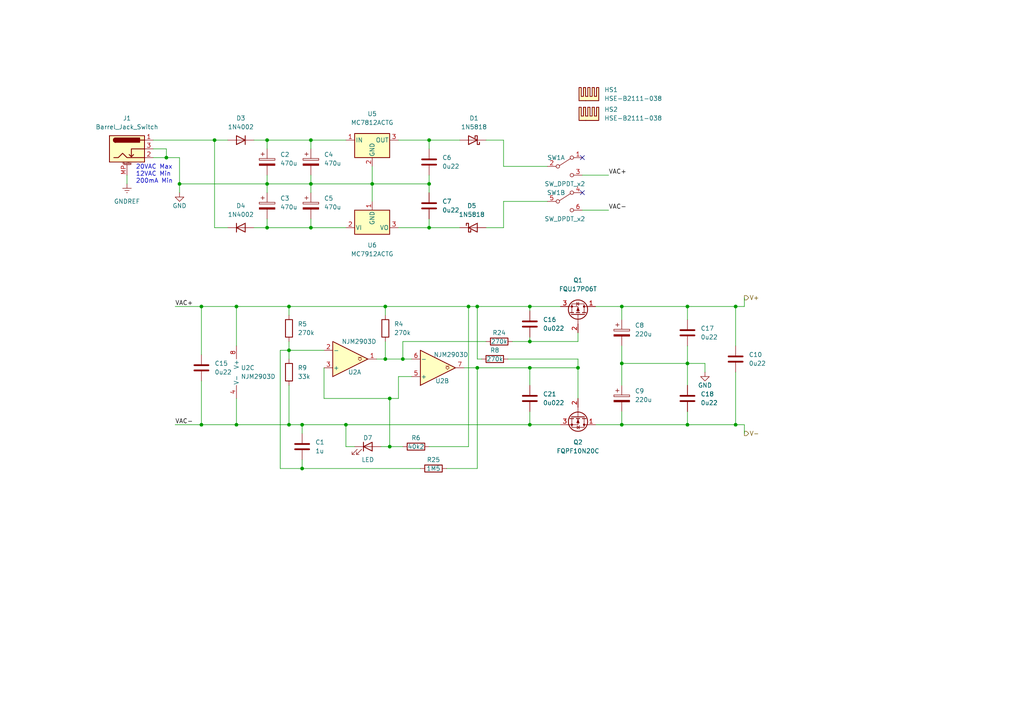
<source format=kicad_sch>
(kicad_sch (version 20211123) (generator eeschema)
  (paper "A4")
  (title_block (title "uAmp - O2 Headphone Amplifier Derivative") (date "2023-01-28") (rev "0") (company "Microcode.io"))
  (lib_symbols
    (symbol "Comparator:LM2903" (pin_names (offset 0.127))
      (property "Reference" "U" (at 3.81 3.81 0))
      (property "Value" "LM2903" (at 6.35 -3.81 0))
      (symbol "LM2903_1_1"
        (polyline (pts (xy -5.08 5.08) (xy 5.08 0) (xy -5.08 -5.08) (xy -5.08 5.08)) (stroke (width 0.254)) (fill (type background)))
        (polyline (pts (xy 3.302 -0.508) (xy 2.794 -0.508) (xy 3.302 0) (xy 2.794 0.508) (xy 2.286 0) (xy 2.794 -0.508) (xy 2.286 -0.508)) (stroke (width 0.127)))
        (pin open_collector line (at 7.62 0 180) (length 2.54) (name "~") (number "1"))
        (pin input line (at -7.62 -2.54 0) (length 2.54) (name "-") (number "2"))
        (pin input line (at -7.62 2.54 0) (length 2.54) (name "+") (number "3"))
      )
      (symbol "LM2903_2_1"
        (polyline (pts (xy -5.08 5.08) (xy 5.08 0) (xy -5.08 -5.08) (xy -5.08 5.08)) (stroke (width 0.254)) (fill (type background)))
        (polyline (pts (xy 3.302 -0.508) (xy 2.794 -0.508) (xy 3.302 0) (xy 2.794 0.508) (xy 2.286 0) (xy 2.794 -0.508) (xy 2.286 -0.508)) (stroke (width 0.127)))
        (pin input line (at -7.62 2.54 0) (length 2.54) (name "+") (number "5"))
        (pin input line (at -7.62 -2.54 0) (length 2.54) (name "-") (number "6"))
        (pin open_collector line (at 7.62 0 180) (length 2.54) (name "~") (number "7"))
      )
      (symbol "LM2903_3_1"
        (pin power_in line (at -2.54 -7.62 90) (length 3.81) (name "V-") (number "4"))
        (pin power_in line (at -2.54 7.62 270) (length 3.81) (name "V+") (number "8"))
      )
    )
    (symbol "Connector:Barrel_Jack_Switch_MountingPin" (pin_names hide)
      (property "Reference" "J" (at 0 5.334 0))
      (property "Value" "Barrel_Jack_Switch_MountingPin" (at 1.27 -6.35 0))
      (symbol "Barrel_Jack_Switch_MountingPin_0_1"
        (rectangle (start -5.08 3.81) (end 5.08 -3.81) (stroke (width 0.254)) (fill (type background)))
        (arc (start -3.302 3.175) (mid -3.937 2.54) (end -3.302 1.905) (stroke (width 0.254)))
        (arc (start -3.302 3.175) (mid -3.937 2.54) (end -3.302 1.905) (stroke (width 0.254)) (fill (type outline)))
        (polyline (pts (xy 1.27 -2.286) (xy 1.905 -1.651)) (stroke (width 0.254)))
        (polyline (pts (xy 5.08 2.54) (xy 3.81 2.54)) (stroke (width 0.254)))
        (polyline (pts (xy 5.08 0) (xy 1.27 0) (xy 1.27 -2.286) (xy 0.635 -1.651)) (stroke (width 0.254)))
        (polyline (pts (xy -3.81 -2.54) (xy -2.54 -2.54) (xy -1.27 -1.27) (xy 0 -2.54) (xy 2.54 -2.54) (xy 5.08 -2.54)) (stroke (width 0.254)))
        (rectangle (start 3.683 3.175) (end -3.302 1.905) (stroke (width 0.254)) (fill (type outline)))
      )
      (symbol "Barrel_Jack_Switch_MountingPin_1_1"
        (polyline (pts (xy -1.016 -4.572) (xy 1.016 -4.572)) (stroke (width 0.1524)))
        (text "Mounting" (at 0 -4.191 0) (effects (font (size 0.381 0.381))))
        (pin passive line (at 7.62 2.54 180) (length 2.54) (name "~") (number "1"))
        (pin passive line (at 7.62 -2.54 180) (length 2.54) (name "~") (number "2"))
        (pin passive line (at 7.62 0 180) (length 2.54) (name "~") (number "3"))
        (pin passive line (at 0 -7.62 90) (length 3.048) (name "MountPin") (number "MP"))
      )
    )
    (symbol "Device:C" (pin_numbers hide) (pin_names (offset 0.254))
      (property "Reference" "C" (at 0.635 2.54 0))
      (property "Value" "C" (at 0.635 -2.54 0))
      (symbol "C_0_1"
        (polyline (pts (xy -2.032 -0.762) (xy 2.032 -0.762)) (stroke (width 0.508)))
        (polyline (pts (xy -2.032 0.762) (xy 2.032 0.762)) (stroke (width 0.508)))
      )
      (symbol "C_1_1"
        (pin passive line (at 0 3.81 270) (length 2.794) (name "~") (number "1"))
        (pin passive line (at 0 -3.81 90) (length 2.794) (name "~") (number "2"))
      )
    )
    (symbol "Device:C_Polarized" (pin_numbers hide) (pin_names (offset 0.254))
      (property "Reference" "C" (at 0.635 2.54 0))
      (property "Value" "C_Polarized" (at 0.635 -2.54 0))
      (symbol "C_Polarized_0_1"
        (rectangle (start -2.286 0.508) (end 2.286 1.016))
        (polyline (pts (xy -1.778 2.286) (xy -0.762 2.286)))
        (polyline (pts (xy -1.27 2.794) (xy -1.27 1.778)))
        (rectangle (start 2.286 -0.508) (end -2.286 -1.016) (fill (type outline)))
      )
      (symbol "C_Polarized_1_1"
        (pin passive line (at 0 3.81 270) (length 2.794) (name "~") (number "1"))
        (pin passive line (at 0 -3.81 90) (length 2.794) (name "~") (number "2"))
      )
    )
    (symbol "Device:LED" (pin_numbers hide) (pin_names (offset 1.016) hide)
      (property "Reference" "D" (at 0 2.54 0))
      (property "Value" "LED" (at 0 -2.54 0))
      (symbol "LED_0_1"
        (polyline (pts (xy -1.27 -1.27) (xy -1.27 1.27)) (stroke (width 0.254)))
        (polyline (pts (xy -1.27 0) (xy 1.27 0)))
        (polyline (pts (xy 1.27 -1.27) (xy 1.27 1.27) (xy -1.27 0) (xy 1.27 -1.27)) (stroke (width 0.254)))
        (polyline (pts (xy -3.048 -0.762) (xy -4.572 -2.286) (xy -3.81 -2.286) (xy -4.572 -2.286) (xy -4.572 -1.524)))
        (polyline (pts (xy -1.778 -0.762) (xy -3.302 -2.286) (xy -2.54 -2.286) (xy -3.302 -2.286) (xy -3.302 -1.524)))
      )
      (symbol "LED_1_1"
        (pin passive line (at -3.81 0 0) (length 2.54) (name "K") (number "1"))
        (pin passive line (at 3.81 0 180) (length 2.54) (name "A") (number "2"))
      )
    )
    (symbol "Device:Q_NMOS_DGS" (pin_names (offset 0) hide)
      (property "Reference" "Q" (at 5.08 1.27 0))
      (property "Value" "Q_NMOS_DGS" (at 5.08 -1.27 0))
      (symbol "Q_NMOS_DGS_0_1"
        (polyline (pts (xy 0.254 0) (xy -2.54 0)))
        (polyline (pts (xy 0.254 1.905) (xy 0.254 -1.905)) (stroke (width 0.254)))
        (polyline (pts (xy 0.762 -1.27) (xy 0.762 -2.286)) (stroke (width 0.254)))
        (polyline (pts (xy 0.762 0.508) (xy 0.762 -0.508)) (stroke (width 0.254)))
        (polyline (pts (xy 0.762 2.286) (xy 0.762 1.27)) (stroke (width 0.254)))
        (polyline (pts (xy 2.54 2.54) (xy 2.54 1.778)))
        (polyline (pts (xy 2.54 -2.54) (xy 2.54 0) (xy 0.762 0)))
        (polyline (pts (xy 0.762 -1.778) (xy 3.302 -1.778) (xy 3.302 1.778) (xy 0.762 1.778)))
        (polyline (pts (xy 1.016 0) (xy 2.032 0.381) (xy 2.032 -0.381) (xy 1.016 0)) (fill (type outline)))
        (polyline (pts (xy 2.794 0.508) (xy 2.921 0.381) (xy 3.683 0.381) (xy 3.81 0.254)))
        (polyline (pts (xy 3.302 0.381) (xy 2.921 -0.254) (xy 3.683 -0.254) (xy 3.302 0.381)))
        (circle (center 1.651 0) (radius 2.794) (stroke (width 0.254)))
        (circle (center 2.54 -1.778) (radius 0.254) (fill (type outline)))
        (circle (center 2.54 1.778) (radius 0.254) (fill (type outline)))
      )
      (symbol "Q_NMOS_DGS_1_1"
        (pin passive line (at 2.54 5.08 270) (length 2.54) (name "D") (number "1"))
        (pin input line (at -5.08 0 0) (length 2.54) (name "G") (number "2"))
        (pin passive line (at 2.54 -5.08 90) (length 2.54) (name "S") (number "3"))
      )
    )
    (symbol "Device:Q_PMOS_DGS" (pin_names (offset 0) hide)
      (property "Reference" "Q" (at 5.08 1.27 0))
      (property "Value" "Q_PMOS_DGS" (at 5.08 -1.27 0))
      (symbol "Q_PMOS_DGS_0_1"
        (polyline (pts (xy 0.254 0) (xy -2.54 0)))
        (polyline (pts (xy 0.254 1.905) (xy 0.254 -1.905)) (stroke (width 0.254)))
        (polyline (pts (xy 0.762 -1.27) (xy 0.762 -2.286)) (stroke (width 0.254)))
        (polyline (pts (xy 0.762 0.508) (xy 0.762 -0.508)) (stroke (width 0.254)))
        (polyline (pts (xy 0.762 2.286) (xy 0.762 1.27)) (stroke (width 0.254)))
        (polyline (pts (xy 2.54 2.54) (xy 2.54 1.778)))
        (polyline (pts (xy 2.54 -2.54) (xy 2.54 0) (xy 0.762 0)))
        (polyline (pts (xy 0.762 1.778) (xy 3.302 1.778) (xy 3.302 -1.778) (xy 0.762 -1.778)))
        (polyline (pts (xy 2.286 0) (xy 1.27 0.381) (xy 1.27 -0.381) (xy 2.286 0)) (fill (type outline)))
        (polyline (pts (xy 2.794 -0.508) (xy 2.921 -0.381) (xy 3.683 -0.381) (xy 3.81 -0.254)))
        (polyline (pts (xy 3.302 -0.381) (xy 2.921 0.254) (xy 3.683 0.254) (xy 3.302 -0.381)))
        (circle (center 1.651 0) (radius 2.794) (stroke (width 0.254)))
        (circle (center 2.54 -1.778) (radius 0.254) (fill (type outline)))
        (circle (center 2.54 1.778) (radius 0.254) (fill (type outline)))
      )
      (symbol "Q_PMOS_DGS_1_1"
        (pin passive line (at 2.54 5.08 270) (length 2.54) (name "D") (number "1"))
        (pin input line (at -5.08 0 0) (length 2.54) (name "G") (number "2"))
        (pin passive line (at 2.54 -5.08 90) (length 2.54) (name "S") (number "3"))
      )
    )
    (symbol "Device:R" (pin_numbers hide) (pin_names (offset 0))
      (property "Reference" "R" (at 2.032 0 90))
      (property "Value" "R" (at 0 0 90))
      (symbol "R_0_1"
        (rectangle (start -1.016 -2.54) (end 1.016 2.54) (stroke (width 0.254)))
      )
      (symbol "R_1_1"
        (pin passive line (at 0 3.81 270) (length 1.27) (name "~") (number "1"))
        (pin passive line (at 0 -3.81 90) (length 1.27) (name "~") (number "2"))
      )
    )
    (symbol "Diode:1N4002" (pin_numbers hide) (pin_names hide)
      (property "Reference" "D" (at 0 2.54 0))
      (property "Value" "1N4002" (at 0 -2.54 0))
      (symbol "1N4002_0_1"
        (polyline (pts (xy -1.27 1.27) (xy -1.27 -1.27)) (stroke (width 0.254)))
        (polyline (pts (xy 1.27 0) (xy -1.27 0)))
        (polyline (pts (xy 1.27 1.27) (xy 1.27 -1.27) (xy -1.27 0) (xy 1.27 1.27)) (stroke (width 0.254)))
      )
      (symbol "1N4002_1_1"
        (pin passive line (at -3.81 0 0) (length 2.54) (name "K") (number "1"))
        (pin passive line (at 3.81 0 180) (length 2.54) (name "A") (number "2"))
      )
    )
    (symbol "Diode:1N5818" (pin_numbers hide) (pin_names (offset 1.016) hide)
      (property "Reference" "D" (at 0 2.54 0))
      (property "Value" "1N5818" (at 0 -2.54 0))
      (symbol "1N5818_0_1"
        (polyline (pts (xy 1.27 0) (xy -1.27 0)))
        (polyline (pts (xy 1.27 1.27) (xy 1.27 -1.27) (xy -1.27 0) (xy 1.27 1.27)) (stroke (width 0.254)))
        (polyline (pts (xy -1.905 0.635) (xy -1.905 1.27) (xy -1.27 1.27) (xy -1.27 -1.27) (xy -0.635 -1.27) (xy -0.635 -0.635)) (stroke (width 0.254)))
      )
      (symbol "1N5818_1_1"
        (pin passive line (at -3.81 0 0) (length 2.54) (name "K") (number "1"))
        (pin passive line (at 3.81 0 180) (length 2.54) (name "A") (number "2"))
      )
    )
    (symbol "Mechanical:Heatsink" (pin_names (offset 1.016))
      (property "Reference" "HS" (at 0 5.08 0))
      (property "Value" "Heatsink" (at 0 -1.27 0))
      (symbol "Heatsink_0_1"
        (polyline (pts (xy -0.3302 1.27) (xy -0.9652 1.27) (xy -0.9652 3.81) (xy -1.6002 3.81) (xy -1.6002 1.27) (xy -2.2352 1.27) (xy -2.2352 3.81) (xy -2.8702 3.81) (xy -2.8702 0) (xy -0.9652 0)) (stroke (width 0.254)) (fill (type background)))
        (polyline (pts (xy -0.3302 1.27) (xy -0.3302 3.81) (xy 0.3048 3.81) (xy 0.3048 1.27) (xy 0.9398 1.27) (xy 0.9398 3.81) (xy 1.5748 3.81) (xy 1.5748 1.27) (xy 2.2098 1.27) (xy 2.2098 3.81) (xy 2.8448 3.81) (xy 2.8448 0) (xy -0.9652 0)) (stroke (width 0.254)) (fill (type background)))
      )
    )
    (symbol "Regulator_Linear:L7812" (pin_names (offset 0.254))
      (property "Reference" "U" (at -3.81 3.175 0))
      (property "Value" "L7812" (at 0 3.175 0))
      (symbol "L7812_0_1"
        (rectangle (start -5.08 1.905) (end 5.08 -5.08) (stroke (width 0.254)) (fill (type background)))
      )
      (symbol "L7812_1_1"
        (pin power_in line (at -7.62 0 0) (length 2.54) (name "IN") (number "1"))
        (pin power_in line (at 0 -7.62 90) (length 2.54) (name "GND") (number "2"))
        (pin power_out line (at 7.62 0 180) (length 2.54) (name "OUT") (number "3"))
      )
    )
    (symbol "Regulator_Linear:L7912" (pin_names (offset 0.254))
      (property "Reference" "U" (at -3.81 -3.175 0))
      (property "Value" "L7912" (at 0 -3.175 0))
      (symbol "L7912_0_1"
        (rectangle (start -5.08 5.08) (end 5.08 -1.905) (stroke (width 0.254)) (fill (type background)))
      )
      (symbol "L7912_1_1"
        (pin power_in line (at 0 7.62 270) (length 2.54) (name "GND") (number "1"))
        (pin power_in line (at -7.62 0 0) (length 2.54) (name "VI") (number "2"))
        (pin power_out line (at 7.62 0 180) (length 2.54) (name "VO") (number "3"))
      )
    )
    (symbol "Switch:SW_DPDT_x2" (pin_names (offset 0) hide)
      (property "Reference" "SW" (at 0 4.318 0))
      (property "Value" "SW_DPDT_x2" (at 0 -5.08 0))
      (symbol "SW_DPDT_x2_0_0"
        (circle (center -2.032 0) (radius 0.508))
        (circle (center 2.032 -2.54) (radius 0.508))
      )
      (symbol "SW_DPDT_x2_0_1"
        (polyline (pts (xy -1.524 0.254) (xy 1.651 2.286)))
        (circle (center 2.032 2.54) (radius 0.508))
      )
      (symbol "SW_DPDT_x2_1_1"
        (pin passive line (at 5.08 2.54 180) (length 2.54) (name "A") (number "1"))
        (pin passive line (at -5.08 0 0) (length 2.54) (name "B") (number "2"))
        (pin passive line (at 5.08 -2.54 180) (length 2.54) (name "C") (number "3"))
      )
      (symbol "SW_DPDT_x2_2_1"
        (pin passive line (at 5.08 2.54 180) (length 2.54) (name "A") (number "4"))
        (pin passive line (at -5.08 0 0) (length 2.54) (name "B") (number "5"))
        (pin passive line (at 5.08 -2.54 180) (length 2.54) (name "C") (number "6"))
      )
    )
    (symbol "power:GND" (power) (pin_names (offset 0))
      (property "Value" "GND" (at 0 -3.81 0))
      (symbol "GND_0_1"
        (polyline (pts (xy 0 0) (xy 0 -1.27) (xy 1.27 -1.27) (xy 0 -2.54) (xy -1.27 -1.27) (xy 0 -1.27)))
      )
      (symbol "GND_1_1"
        (pin power_in line (at 0 0 270) (length 0) hide (name "GND") (number "1"))
      )
    )
    (symbol "power:GNDREF" (power) (pin_names (offset 0))
      (property "Value" "GNDREF" (at 0 -3.81 0))
      (symbol "GNDREF_0_1"
        (polyline (pts (xy -0.635 -1.905) (xy 0.635 -1.905)))
        (polyline (pts (xy -0.127 -2.54) (xy 0.127 -2.54)))
        (polyline (pts (xy 0 -1.27) (xy 0 0)))
        (polyline (pts (xy 1.27 -1.27) (xy -1.27 -1.27)))
      )
      (symbol "GNDREF_1_1"
        (pin power_in line (at 0 0 270) (length 0) hide (name "GNDREF") (number "1"))
      )
    )
  )
  (junction (at 153.67 99.06))
  (junction (at 180.34 123.19))
  (junction (at 213.36 123.19))
  (junction (at 180.34 88.9))
  (junction (at 83.82 101.6))
  (junction (at 77.47 40.64))
  (junction (at 100.33 123.19))
  (junction (at 180.34 105.41))
  (junction (at 153.67 123.19))
  (junction (at 199.39 123.19))
  (junction (at 138.43 106.68))
  (junction (at 77.47 53.34))
  (junction (at 116.84 104.14))
  (junction (at 83.82 88.9))
  (junction (at 90.17 40.64))
  (junction (at 90.17 53.34))
  (junction (at 68.58 123.19))
  (junction (at 62.23 40.64))
  (junction (at 107.95 53.34))
  (junction (at 68.58 88.9))
  (junction (at 58.42 88.9))
  (junction (at 87.63 123.19))
  (junction (at 199.39 105.41))
  (junction (at 58.42 123.19))
  (junction (at 124.46 40.64))
  (junction (at 213.36 88.9))
  (junction (at 138.43 88.9))
  (junction (at 153.67 106.68))
  (junction (at 135.89 88.9))
  (junction (at 111.76 104.14))
  (junction (at 153.67 88.9))
  (junction (at 124.46 53.34))
  (junction (at 199.39 88.9))
  (junction (at 167.64 106.68))
  (junction (at 77.47 66.04))
  (junction (at 90.17 66.04))
  (junction (at 87.63 135.89))
  (junction (at 124.46 66.04))
  (junction (at 52.07 53.34))
  (junction (at 113.03 115.57))
  (junction (at 48.26 45.72))
  (junction (at 111.76 88.9))
  (junction (at 83.82 123.19))
  (junction (at 113.03 129.54))
  (no_connect (at 168.91 45.72))
  (no_connect (at 168.91 55.88))
  (wire (pts (xy 124.46 53.34) (xy 124.46 55.88)))
  (wire (pts (xy 58.42 123.19) (xy 68.58 123.19)))
  (wire (pts (xy 77.47 66.04) (xy 73.66 66.04)))
  (wire (pts (xy 138.43 135.89) (xy 138.43 106.68)))
  (wire (pts (xy 107.95 53.34) (xy 124.46 53.34)))
  (wire (pts (xy 83.82 88.9) (xy 111.76 88.9)))
  (wire (pts (xy 107.95 53.34) (xy 107.95 58.42)))
  (wire (pts (xy 66.04 66.04) (xy 62.23 66.04)))
  (wire (pts (xy 115.57 66.04) (xy 124.46 66.04)))
  (wire (pts (xy 87.63 123.19) (xy 100.33 123.19)))
  (wire (pts (xy 100.33 123.19) (xy 153.67 123.19)))
  (wire (pts (xy 87.63 123.19) (xy 87.63 125.73)))
  (wire (pts (xy 111.76 88.9) (xy 111.76 91.44)))
  (wire (pts (xy 199.39 105.41) (xy 204.47 105.41)))
  (wire (pts (xy 134.62 106.68) (xy 138.43 106.68)))
  (wire (pts (xy 138.43 104.14) (xy 139.7 104.14)))
  (wire (pts (xy 44.45 43.18) (xy 48.26 43.18)))
  (wire (pts (xy 153.67 99.06) (xy 167.64 99.06)))
  (wire (pts (xy 213.36 123.19) (xy 213.36 107.95)))
  (wire (pts (xy 167.64 104.14) (xy 167.64 106.68)))
  (wire (pts (xy 77.47 66.04) (xy 90.17 66.04)))
  (wire (pts (xy 138.43 88.9) (xy 153.67 88.9)))
  (wire (pts (xy 116.84 99.06) (xy 116.84 104.14)))
  (wire (pts (xy 146.05 48.26) (xy 158.75 48.26)))
  (wire (pts (xy 100.33 123.19) (xy 100.33 129.54)))
  (wire (pts (xy 90.17 53.34) (xy 90.17 55.88)))
  (wire (pts (xy 140.97 99.06) (xy 116.84 99.06)))
  (wire (pts (xy 90.17 40.64) (xy 90.17 43.18)))
  (wire (pts (xy 44.45 40.64) (xy 62.23 40.64)))
  (wire (pts (xy 90.17 66.04) (xy 100.33 66.04)))
  (wire (pts (xy 124.46 66.04) (xy 133.35 66.04)))
  (wire (pts (xy 146.05 58.42) (xy 146.05 66.04)))
  (wire (pts (xy 199.39 119.38) (xy 199.39 123.19)))
  (wire (pts (xy 199.39 100.33) (xy 199.39 105.41)))
  (wire (pts (xy 115.57 115.57) (xy 115.57 109.22)))
  (wire (pts (xy 48.26 45.72) (xy 52.07 45.72)))
  (wire (pts (xy 180.34 100.33) (xy 180.34 105.41)))
  (wire (pts (xy 153.67 106.68) (xy 153.67 111.76)))
  (wire (pts (xy 121.92 135.89) (xy 87.63 135.89)))
  (wire (pts (xy 180.34 105.41) (xy 180.34 111.76)))
  (wire (pts (xy 146.05 58.42) (xy 158.75 58.42)))
  (wire (pts (xy 199.39 88.9) (xy 213.36 88.9)))
  (wire (pts (xy 44.45 45.72) (xy 48.26 45.72)))
  (wire (pts (xy 153.67 88.9) (xy 162.56 88.9)))
  (wire (pts (xy 116.84 104.14) (xy 119.38 104.14)))
  (wire (pts (xy 50.8 88.9) (xy 58.42 88.9)))
  (wire (pts (xy 93.98 106.68) (xy 93.98 115.57)))
  (wire (pts (xy 58.42 88.9) (xy 58.42 102.87)))
  (wire (pts (xy 129.54 135.89) (xy 138.43 135.89)))
  (wire (pts (xy 87.63 135.89) (xy 87.63 133.35)))
  (wire (pts (xy 153.67 88.9) (xy 153.67 90.17)))
  (wire (pts (xy 167.64 99.06) (xy 167.64 96.52)))
  (wire (pts (xy 109.22 104.14) (xy 111.76 104.14)))
  (wire (pts (xy 52.07 45.72) (xy 52.07 53.34)))
  (wire (pts (xy 83.82 101.6) (xy 83.82 104.14)))
  (wire (pts (xy 180.34 119.38) (xy 180.34 123.19)))
  (wire (pts (xy 62.23 40.64) (xy 62.23 66.04)))
  (wire (pts (xy 135.89 88.9) (xy 138.43 88.9)))
  (wire (pts (xy 93.98 115.57) (xy 113.03 115.57)))
  (wire (pts (xy 148.59 99.06) (xy 153.67 99.06)))
  (wire (pts (xy 36.83 50.8) (xy 36.83 53.34)))
  (wire (pts (xy 52.07 53.34) (xy 52.07 55.88)))
  (wire (pts (xy 124.46 129.54) (xy 135.89 129.54)))
  (wire (pts (xy 81.28 135.89) (xy 87.63 135.89)))
  (wire (pts (xy 58.42 110.49) (xy 58.42 123.19)))
  (wire (pts (xy 68.58 88.9) (xy 68.58 100.33)))
  (wire (pts (xy 168.91 50.8) (xy 176.53 50.8)))
  (wire (pts (xy 90.17 63.5) (xy 90.17 66.04)))
  (wire (pts (xy 77.47 40.64) (xy 90.17 40.64)))
  (wire (pts (xy 124.46 40.64) (xy 133.35 40.64)))
  (wire (pts (xy 83.82 111.76) (xy 83.82 123.19)))
  (wire (pts (xy 124.46 50.8) (xy 124.46 53.34)))
  (wire (pts (xy 58.42 88.9) (xy 68.58 88.9)))
  (wire (pts (xy 180.34 105.41) (xy 199.39 105.41)))
  (wire (pts (xy 215.9 123.19) (xy 215.9 125.73)))
  (wire (pts (xy 107.95 48.26) (xy 107.95 53.34)))
  (wire (pts (xy 153.67 119.38) (xy 153.67 123.19)))
  (wire (pts (xy 135.89 88.9) (xy 135.89 129.54)))
  (wire (pts (xy 83.82 101.6) (xy 93.98 101.6)))
  (wire (pts (xy 111.76 104.14) (xy 116.84 104.14)))
  (wire (pts (xy 52.07 53.34) (xy 77.47 53.34)))
  (wire (pts (xy 147.32 104.14) (xy 167.64 104.14)))
  (wire (pts (xy 83.82 99.06) (xy 83.82 101.6)))
  (wire (pts (xy 77.47 63.5) (xy 77.47 66.04)))
  (wire (pts (xy 213.36 123.19) (xy 215.9 123.19)))
  (wire (pts (xy 113.03 129.54) (xy 116.84 129.54)))
  (wire (pts (xy 90.17 40.64) (xy 100.33 40.64)))
  (wire (pts (xy 90.17 53.34) (xy 107.95 53.34)))
  (wire (pts (xy 90.17 50.8) (xy 90.17 53.34)))
  (wire (pts (xy 111.76 88.9) (xy 135.89 88.9)))
  (wire (pts (xy 172.72 88.9) (xy 180.34 88.9)))
  (wire (pts (xy 102.87 129.54) (xy 100.33 129.54)))
  (wire (pts (xy 146.05 40.64) (xy 146.05 48.26)))
  (wire (pts (xy 124.46 63.5) (xy 124.46 66.04)))
  (wire (pts (xy 68.58 88.9) (xy 83.82 88.9)))
  (wire (pts (xy 83.82 91.44) (xy 83.82 88.9)))
  (wire (pts (xy 77.47 53.34) (xy 77.47 55.88)))
  (wire (pts (xy 50.8 123.19) (xy 58.42 123.19)))
  (wire (pts (xy 199.39 105.41) (xy 199.39 111.76)))
  (wire (pts (xy 180.34 88.9) (xy 199.39 88.9)))
  (wire (pts (xy 77.47 50.8) (xy 77.47 53.34)))
  (wire (pts (xy 115.57 40.64) (xy 124.46 40.64)))
  (wire (pts (xy 172.72 123.19) (xy 180.34 123.19)))
  (wire (pts (xy 83.82 101.6) (xy 81.28 101.6)))
  (wire (pts (xy 153.67 97.79) (xy 153.67 99.06)))
  (wire (pts (xy 140.97 66.04) (xy 146.05 66.04)))
  (wire (pts (xy 180.34 123.19) (xy 199.39 123.19)))
  (wire (pts (xy 83.82 123.19) (xy 87.63 123.19)))
  (wire (pts (xy 199.39 123.19) (xy 213.36 123.19)))
  (wire (pts (xy 140.97 40.64) (xy 146.05 40.64)))
  (wire (pts (xy 138.43 88.9) (xy 138.43 104.14)))
  (wire (pts (xy 153.67 106.68) (xy 167.64 106.68)))
  (wire (pts (xy 167.64 106.68) (xy 167.64 115.57)))
  (wire (pts (xy 73.66 40.64) (xy 77.47 40.64)))
  (wire (pts (xy 111.76 99.06) (xy 111.76 104.14)))
  (wire (pts (xy 180.34 88.9) (xy 180.34 92.71)))
  (wire (pts (xy 62.23 40.64) (xy 66.04 40.64)))
  (wire (pts (xy 213.36 88.9) (xy 213.36 100.33)))
  (wire (pts (xy 204.47 105.41) (xy 204.47 107.95)))
  (wire (pts (xy 113.03 115.57) (xy 113.03 129.54)))
  (wire (pts (xy 138.43 106.68) (xy 153.67 106.68)))
  (wire (pts (xy 213.36 88.9) (xy 215.9 88.9)))
  (wire (pts (xy 199.39 88.9) (xy 199.39 92.71)))
  (wire (pts (xy 153.67 123.19) (xy 162.56 123.19)))
  (wire (pts (xy 81.28 101.6) (xy 81.28 135.89)))
  (wire (pts (xy 115.57 109.22) (xy 119.38 109.22)))
  (wire (pts (xy 48.26 43.18) (xy 48.26 45.72)))
  (wire (pts (xy 77.47 40.64) (xy 77.47 43.18)))
  (wire (pts (xy 68.58 115.57) (xy 68.58 123.19)))
  (wire (pts (xy 113.03 115.57) (xy 115.57 115.57)))
  (wire (pts (xy 124.46 40.64) (xy 124.46 43.18)))
  (wire (pts (xy 215.9 86.36) (xy 215.9 88.9)))
  (wire (pts (xy 110.49 129.54) (xy 113.03 129.54)))
  (wire (pts (xy 168.91 60.96) (xy 176.53 60.96)))
  (wire (pts (xy 77.47 53.34) (xy 90.17 53.34)))
  (wire (pts (xy 68.58 123.19) (xy 83.82 123.19)))
  (text "20VAC Max\n12VAC Min\n200mA Min" (at 39.37 53.34 0) (effects (font (size 1.27 1.27)) (justify left bottom)))
  (label "VAC+" (at 176.53 50.8 0))
  (label "VAC-" (at 50.8 123.19 0))
  (label "VAC-" (at 176.53 60.96 0))
  (label "VAC+" (at 50.8 88.9 0))
  (hierarchical_label "V+" (shape output) (at 215.9 86.36 0))
  (hierarchical_label "V-" (shape output) (at 215.9 125.73 0))
  (symbol (lib_id "Device:C") (at 87.63 129.54 0) (unit 1)
    (property "Reference" "C1" (at 91.44 128.2699 0) (effects (justify left)))
    (property "Value" "1u" (at 91.44 130.8099 0) (effects (justify left)))
    (property "Footprint" "Capacitor_THT:C_Disc_D5.0mm_W2.5mm_P2.50mm" (effects hide))
    (property "Datasheet" "https://www.vishay.com/docs/45171/kseries.pdf" (effects hide))
    (property "Original Part" "K105Z20Y5VF5TL2" (effects hide))
    (property "Manufacturer" "Vishay Beyschlag/Draloric/BC Components" (effects hide))
    (property "Manufacturer Part Number" "K105Z20Y5VF5TL2" (effects hide))
    (property "Supplier Part Number" "BC1162CT-ND" (effects hide))
    (property "Supplier" "Digi-Key" (effects hide))
  )
  (symbol (lib_id "Device:R") (at 83.82 107.95 0) (unit 1)
    (property "Reference" "R9" (at 86.36 106.6799 0) (effects (justify left)))
    (property "Value" "33k" (at 86.36 109.2199 0) (effects (justify left)))
    (property "Footprint" "Resistor_THT:R_Axial_DIN0207_L6.3mm_D2.5mm_P10.16mm_Horizontal" (effects hide))
    (property "Datasheet" "https://www.yageo.com/upload/media/product/productsearch/datasheet/lr/YAGEO%20MFP_datasheet_2021v0.pdf" (effects hide))
    (property "Original Part" "270-33.2K-RC" (effects hide))
    (property "Manufacturer" "YAGEO" (effects hide))
    (property "Manufacturer Part Number" "MFP-25BRD52-33K" (effects hide))
    (property "Supplier Part Number" "33KADCT-ND" (effects hide))
    (property "Supplier" "Digi-Key" (effects hide))
  )
  (symbol (lib_id "Mechanical:Heatsink") (at 170.815 34.925 0) (unit 1)
    (property "Reference" "HS2" (at 175.26 31.7499 0) (effects (justify left)))
    (property "Value" "HSE-B2111-038" (at 175.26 34.2899 0) (effects (justify left)))
    (property "Footprint" "uAmp-O2-Library:Heatsink_CUI_HSE-B2111-038" (effects hide))
    (property "Datasheet" "https://www.cuidevices.com/product/resource/hse-bx-01.pdf" (effects hide))
    (property "Manufacturer" "CUI Devices" (effects hide))
    (property "Manufacturer Part Number" "HSE-B2111-038" (effects hide))
    (property "Supplier" "Digi-Key" (effects hide))
    (property "Supplier Part Number" "102-4226-ND" (effects hide))
  )
  (symbol (lib_id "Mechanical:Heatsink") (at 170.815 29.21 0) (unit 1)
    (property "Reference" "HS1" (at 175.26 26.0349 0) (effects (justify left)))
    (property "Value" "HSE-B2111-038" (at 175.26 28.5749 0) (effects (justify left)))
    (property "Footprint" "uAmp-O2-Library:Heatsink_CUI_HSE-B2111-038" (effects hide))
    (property "Datasheet" "https://www.cuidevices.com/product/resource/hse-bx-01.pdf" (effects hide))
    (property "Manufacturer" "CUI Devices" (effects hide))
    (property "Manufacturer Part Number" "HSE-B2111-038" (effects hide))
    (property "Supplier" "Digi-Key" (effects hide))
    (property "Supplier Part Number" "102-4226-ND" (effects hide))
  )
  (symbol (lib_id "Device:C_Polarized") (at 90.17 59.69 0) (unit 1)
    (property "Reference" "C5" (at 93.98 57.5309 0) (effects (justify left)))
    (property "Value" "470u" (at 93.98 60.0709 0) (effects (justify left)))
    (property "Footprint" "Capacitor_THT:CP_Radial_D12.5mm_P5.00mm" (effects hide))
    (property "Datasheet" "https://www.chemi-con.co.jp/products/relatedfiles/capacitor/catalog/KY-LL-e.PDF" (effects hide))
    (property "Original Part" "REA471M1VBK-1016P" (effects hide))
    (property "Manufacturer" "United Chemi-Con" (effects hide))
    (property "Manufacturer Part Number" "EKY-350ELL471MK15S" (effects hide))
    (property "Supplier Part Number" "565-EKY-350ELL471MK15S-ND" (effects hide))
    (property "Supplier" "Digi-Key" (effects hide))
  )
  (symbol (lib_id "Device:C") (at 124.46 46.99 0) (unit 1)
    (property "Reference" "C6" (at 128.27 45.7199 0) (effects (justify left)))
    (property "Value" "0u22" (at 128.27 48.2599 0) (effects (justify left)))
    (property "Footprint" "Capacitor_THT:C_Rect_L7.2mm_W2.5mm_P5.00mm_FKS2_FKP2_MKS2_MKP2" (effects hide))
    (property "Datasheet" "https://product.tdk.com/en/system/files?file=dam/doc/product/capacitor/film/mkt/data_sheet/20/20/db/fc_2009/b32520_529.pdf" (effects hide))
    (property "Original Part" "B32529C224K" (effects hide))
    (property "Manufacturer" "EPCOS - TDK Electronics" (effects hide))
    (property "Manufacturer Part Number" "B32529C0224K289" (effects hide))
    (property "Supplier Part Number" "495-75657-1-ND" (effects hide))
    (property "Supplier" "Digi-Key" (effects hide))
  )
  (symbol (lib_id "power:GNDREF") (at 36.83 53.34 0) (unit 1)
    (property "Reference" "#PWR0113" (effects hide))
    (property "Value" "GNDREF" (at 36.83 58.42 0))
  )
  (symbol (lib_id "Diode:1N5818") (at 137.16 40.64 180) (unit 1)
    (property "Reference" "D1" (at 137.4775 34.29 0))
    (property "Value" "1N5818" (at 137.4775 36.83 0))
    (property "Footprint" "Diode_THT:D_DO-41_SOD81_P3.81mm_Vertical_AnodeUp" (effects hide))
    (property "Datasheet" "http://www.vishay.com/docs/88525/1n5817.pdf" (effects hide))
    (property "Manufacturer" "STMicroelectronics" (effects hide))
    (property "Manufacturer Part Number" "1N5818" (effects hide))
    (property "Original Part" "1N5818" (effects hide))
    (property "Supplier Part Number" "497-4548-1-ND" (effects hide))
    (property "Supplier" "Digi-Key" (effects hide))
  )
  (symbol (lib_id "power:GND") (at 52.07 55.88 0) (unit 1)
    (property "Reference" "#PWR0111" (effects hide))
    (property "Value" "GND" (at 52.07 59.69 0))
  )
  (symbol (lib_id "Device:C") (at 58.42 106.68 0) (unit 1)
    (property "Reference" "C15" (at 62.23 105.4099 0) (effects (justify left)))
    (property "Value" "0u22" (at 62.23 107.9499 0) (effects (justify left)))
    (property "Footprint" "Capacitor_THT:C_Rect_L7.2mm_W2.5mm_P5.00mm_FKS2_FKP2_MKS2_MKP2" (effects hide))
    (property "Datasheet" "https://product.tdk.com/en/system/files?file=dam/doc/product/capacitor/film/mkt/data_sheet/20/20/db/fc_2009/b32520_529.pdf" (effects hide))
    (property "Original Part" "B32529C224K" (effects hide))
    (property "Manufacturer" "EPCOS - TDK Electronics" (effects hide))
    (property "Manufacturer Part Number" "B32529C0224K289" (effects hide))
    (property "Supplier Part Number" "495-75657-1-ND" (effects hide))
    (property "Supplier" "Digi-Key" (effects hide))
  )
  (symbol (lib_id "Device:LED") (at 106.68 129.54 0) (unit 1)
    (property "Reference" "D7" (at 106.68 127 0))
    (property "Value" "LED" (at 106.68 133.35 0))
    (property "Footprint" "uAmp-O2-Library:LED_Dialight_551" (effects hide))
    (property "Datasheet" "https://media.digikey.com/pdf/Data%20Sheets/Dialight%20PDFs/551-xx07F.pdf" (effects hide))
    (property "Manufacturer" "Dialight" (effects hide))
    (property "Manufacturer Part Number" "5510407F" (effects hide))
    (property "Original Part" "MV5764.MP4B" (effects hide))
    (property "Supplier Part Number" "350-1812-ND" (effects hide))
    (property "Supplier" "Digi-Key" (effects hide))
  )
  (symbol (lib_id "power:GND") (at 204.47 107.95 0) (unit 1)
    (property "Reference" "#PWR0112" (effects hide))
    (property "Value" "GND" (at 204.47 111.76 0))
  )
  (symbol (lib_id "Device:C_Polarized") (at 77.47 46.99 0) (unit 1)
    (property "Reference" "C2" (at 81.28 44.8309 0) (effects (justify left)))
    (property "Value" "470u" (at 81.28 47.3709 0) (effects (justify left)))
    (property "Footprint" "Capacitor_THT:CP_Radial_D12.5mm_P5.00mm" (effects hide))
    (property "Datasheet" "https://www.chemi-con.co.jp/products/relatedfiles/capacitor/catalog/KY-LL-e.PDF" (effects hide))
    (property "Original Part" "REA471M1VBK-1016P" (effects hide))
    (property "Manufacturer" "United Chemi-Con" (effects hide))
    (property "Manufacturer Part Number" "EKY-350ELL471MK15S" (effects hide))
    (property "Supplier Part Number" "565-EKY-350ELL471MK15S-ND" (effects hide))
    (property "Supplier" "Digi-Key" (effects hide))
  )
  (symbol (lib_id "Comparator:LM2903") (at 101.6 104.14 0) (mirror x) (unit 1)
    (property "Reference" "U2" (at 102.87 107.95 0))
    (property "Value" "NJM2903D" (at 104.14 99.06 0))
    (property "Footprint" "Package_DIP:DIP-8_W7.62mm_Socket_LongPads" (effects hide))
    (property "Datasheet" "https://media.digikey.com/pdf/Data%20Sheets/NJR%20PDFs/NJM2403,2903.pdf" (effects hide))
    (property "Original Part" "NJM2903D" (effects hide))
    (property "Manufacturer" "Nisshinbo Micro Devices Inc." (effects hide))
    (property "Manufacturer Part Number" "NJM2903D" (effects hide))
    (property "Supplier Part Number" "2129-NJM2903D-ND" (effects hide))
    (property "Supplier" "Digi-Key" (effects hide))
  )
  (symbol (lib_id "Device:R") (at 144.78 99.06 90) (unit 1)
    (property "Reference" "R24" (at 144.78 96.52 90))
    (property "Value" "270k" (at 144.78 99.06 90))
    (property "Footprint" "Resistor_THT:R_Axial_DIN0207_L6.3mm_D2.5mm_P10.16mm_Horizontal" (effects hide))
    (property "Datasheet" "https://www.vishay.com/docs/30260/hvr2537.pdf" (effects hide))
    (property "Original Part" "270-270K-RC" (effects hide))
    (property "Manufacturer" "Vishay Beyschlag/Draloric/BC Components" (effects hide))
    (property "Manufacturer Part Number" "HVR2500002703FR500" (effects hide))
    (property "Supplier Part Number" "PPCQF270KCT-ND" (effects hide))
    (property "Supplier" "Digi-Key" (effects hide))
  )
  (symbol (lib_id "Device:C") (at 153.67 93.98 0) (unit 1)
    (property "Reference" "C16" (at 157.48 92.71 0) (effects (justify left)))
    (property "Value" "0u022" (at 157.48 95.2499 0) (effects (justify left)))
    (property "Footprint" "Capacitor_THT:C_Disc_D5.0mm_W2.5mm_P5.00mm" (effects hide))
    (property "Datasheet" "https://product.tdk.com/en/system/files?file=dam/doc/product/capacitor/ceramic/lead-mlcc/catalog/leadmlcc_conventional_fk_en.pdf" (effects hide))
    (property "Original Part" "SR211E223MAA" (effects hide))
    (property "Manufacturer" "TDK Corporation" (effects hide))
    (property "Manufacturer Part Number" "FK28X7R1H223KN000" (effects hide))
    (property "Supplier Part Number" "445-FK28X7R1H223KN000-ND" (effects hide))
    (property "Supplier" "Digi-Key" (effects hide))
  )
  (symbol (lib_id "Regulator_Linear:L7912") (at 107.95 66.04 0) (unit 1)
    (property "Reference" "U6" (at 107.95 71.12 0))
    (property "Value" "MC7912ACTG" (at 107.95 73.66 0))
    (property "Footprint" "Package_TO_SOT_THT:TO-220-3_Vertical" (effects hide))
    (property "Datasheet" "https://www.onsemi.com/pdf/datasheet/mc7900-d.pdf" (effects hide))
    (property "Original Part" "MC7912ACTG" (effects hide))
    (property "Manufacturer" "onsemi" (effects hide))
    (property "Manufacturer Part Number" "MC7912ACTG" (effects hide))
    (property "Supplier" "Digi-Key" (effects hide))
    (property "Supplier Part Number" "MC7912ACTGOS-ND" (effects hide))
  )
  (symbol (lib_id "Device:C_Polarized") (at 90.17 46.99 0) (unit 1)
    (property "Reference" "C4" (at 93.98 44.8309 0) (effects (justify left)))
    (property "Value" "470u" (at 93.98 47.3709 0) (effects (justify left)))
    (property "Footprint" "Capacitor_THT:CP_Radial_D12.5mm_P5.00mm" (effects hide))
    (property "Datasheet" "https://www.chemi-con.co.jp/products/relatedfiles/capacitor/catalog/KY-LL-e.PDF" (effects hide))
    (property "Original Part" "REA471M1VBK-1016P" (effects hide))
    (property "Manufacturer" "United Chemi-Con" (effects hide))
    (property "Manufacturer Part Number" "EKY-350ELL471MK15S" (effects hide))
    (property "Supplier Part Number" "565-EKY-350ELL471MK15S-ND" (effects hide))
    (property "Supplier" "Digi-Key" (effects hide))
  )
  (symbol (lib_id "Switch:SW_DPDT_x2") (at 163.83 48.26 0) (unit 1)
    (property "Reference" "SW1" (at 161.29 45.72 0))
    (property "Value" "SW_DPDT_x2" (at 163.83 53.34 0))
    (property "Footprint" "uAmp-O2-Library:Switch_Button_DPDT_C&K_PN22SJNA03QE" (effects hide))
    (property "Datasheet" "https://www.ckswitches.com/media/1413/pn.pdf" (effects hide))
    (property "Original Part" "PN22SJNA03QE" (effects hide))
    (property "Manufacturer" "C&K" (effects hide))
    (property "Manufacturer Part Number" "PN22SJNA03QE" (effects hide))
    (property "Supplier" "Digi-Key" (effects hide))
    (property "Supplier Part Number" "CKN1191-ND" (effects hide))
  )
  (symbol (lib_id "Device:C") (at 199.39 96.52 0) (unit 1)
    (property "Reference" "C17" (at 203.2 95.2499 0) (effects (justify left)))
    (property "Value" "0u22" (at 203.2 97.7899 0) (effects (justify left)))
    (property "Footprint" "Capacitor_THT:C_Rect_L7.2mm_W2.5mm_P5.00mm_FKS2_FKP2_MKS2_MKP2" (effects hide))
    (property "Datasheet" "https://product.tdk.com/en/system/files?file=dam/doc/product/capacitor/film/mkt/data_sheet/20/20/db/fc_2009/b32520_529.pdf" (effects hide))
    (property "Original Part" "B32529C224K" (effects hide))
    (property "Manufacturer" "EPCOS - TDK Electronics" (effects hide))
    (property "Manufacturer Part Number" "B32529C0224K289" (effects hide))
    (property "Supplier Part Number" "495-75657-1-ND" (effects hide))
    (property "Supplier" "Digi-Key" (effects hide))
  )
  (symbol (lib_id "Device:Q_PMOS_DGS") (at 167.64 91.44 270) (mirror x) (unit 1)
    (property "Reference" "Q1" (at 167.64 81.28 90))
    (property "Value" "FQU17P06T" (at 167.64 83.82 90))
    (property "Footprint" "Package_TO_SOT_THT:TO-220F-3_Vertical" (effects hide))
    (property "Datasheet" "https://www.onsemi.com/pdf/datasheet/fqp15p12-d.pdf" (effects hide))
    (property "Original Part" "FQU11P06TU" (effects hide))
    (property "Manufacturer" "onsemi" (effects hide))
    (property "Manufacturer Part Number" "FQPF15P12" (effects hide))
    (property "Supplier Part Number" "FQPF15P12-ND" (effects hide))
    (property "Supplier" "Digi-Key" (effects hide))
  )
  (symbol (lib_id "Diode:1N5818") (at 137.16 66.04 0) (unit 1)
    (property "Reference" "D5" (at 136.8425 59.69 0))
    (property "Value" "1N5818" (at 136.8425 62.23 0))
    (property "Footprint" "Diode_THT:D_DO-41_SOD81_P3.81mm_Vertical_AnodeUp" (effects hide))
    (property "Datasheet" "http://www.vishay.com/docs/88525/1n5817.pdf" (effects hide))
    (property "Manufacturer" "STMicroelectronics" (effects hide))
    (property "Manufacturer Part Number" "1N5818" (effects hide))
    (property "Original Part" "1N5818" (effects hide))
    (property "Supplier Part Number" "497-4548-1-ND" (effects hide))
    (property "Supplier" "Digi-Key" (effects hide))
  )
  (symbol (lib_id "Device:C") (at 153.67 115.57 0) (unit 1)
    (property "Reference" "C21" (at 157.48 114.2999 0) (effects (justify left)))
    (property "Value" "0u022" (at 157.48 116.8399 0) (effects (justify left)))
    (property "Footprint" "Capacitor_THT:C_Disc_D5.0mm_W2.5mm_P5.00mm" (effects hide))
    (property "Datasheet" "https://product.tdk.com/en/system/files?file=dam/doc/product/capacitor/ceramic/lead-mlcc/catalog/leadmlcc_conventional_fk_en.pdf" (effects hide))
    (property "Original Part" "SR211E223MAA" (effects hide))
    (property "Manufacturer" "TDK Corporation" (effects hide))
    (property "Manufacturer Part Number" "FK28X7R1H223KN000" (effects hide))
    (property "Supplier Part Number" "445-FK28X7R1H223KN000-ND" (effects hide))
    (property "Supplier" "Digi-Key" (effects hide))
  )
  (symbol (lib_id "Device:C_Polarized") (at 180.34 96.52 0) (unit 1)
    (property "Reference" "C8" (at 184.15 94.3609 0) (effects (justify left)))
    (property "Value" "220u" (at 184.15 96.9009 0) (effects (justify left)))
    (property "Footprint" "Capacitor_THT:CP_Radial_D8.0mm_P3.50mm" (effects hide))
    (property "Datasheet" "https://www.nichicon.co.jp/english/products/pdfs/e-upw.pdf" (effects hide))
    (property "Original Part" "UPW1E221MPD" (effects hide))
    (property "Manufacturer" "Nichicon" (effects hide))
    (property "Manufacturer Part Number" "UPW1E221MPD" (effects hide))
    (property "Supplier Part Number" "493-1823-ND" (effects hide))
    (property "Supplier" "Digi-Key" (effects hide))
  )
  (symbol (lib_id "Device:R") (at 143.51 104.14 90) (unit 1)
    (property "Reference" "R8" (at 143.51 101.6 90))
    (property "Value" "270k" (at 143.51 104.14 90))
    (property "Footprint" "Resistor_THT:R_Axial_DIN0207_L6.3mm_D2.5mm_P10.16mm_Horizontal" (effects hide))
    (property "Datasheet" "https://www.vishay.com/docs/30260/hvr2537.pdf" (effects hide))
    (property "Original Part" "270-270K-RC" (effects hide))
    (property "Manufacturer" "Vishay Beyschlag/Draloric/BC Components" (effects hide))
    (property "Manufacturer Part Number" "HVR2500002703FR500" (effects hide))
    (property "Supplier Part Number" "PPCQF270KCT-ND" (effects hide))
    (property "Supplier" "Digi-Key" (effects hide))
  )
  (symbol (lib_id "Switch:SW_DPDT_x2") (at 163.83 58.42 0) (unit 2)
    (property "Reference" "SW1" (at 161.29 55.88 0))
    (property "Value" "SW_DPDT_x2" (at 163.83 63.5 0))
    (property "Footprint" "uAmp-O2-Library:Switch_Button_DPDT_C&K_PN22SJNA03QE" (effects hide))
    (property "Datasheet" "https://www.ckswitches.com/media/1413/pn.pdf" (effects hide))
    (property "Original Part" "PN22SJNA03QE" (effects hide))
    (property "Manufacturer" "C&K" (effects hide))
    (property "Manufacturer Part Number" "PN22SJNA03QE" (effects hide))
    (property "Supplier" "Digi-Key" (effects hide))
    (property "Supplier Part Number" "CKN1191-ND" (effects hide))
  )
  (symbol (lib_id "Device:R") (at 111.76 95.25 0) (unit 1)
    (property "Reference" "R4" (at 114.3 93.9799 0) (effects (justify left)))
    (property "Value" "270k" (at 114.3 96.5199 0) (effects (justify left)))
    (property "Footprint" "Resistor_THT:R_Axial_DIN0207_L6.3mm_D2.5mm_P10.16mm_Horizontal" (effects hide))
    (property "Datasheet" "https://www.vishay.com/docs/30260/hvr2537.pdf" (effects hide))
    (property "Original Part" "270-270K-RC" (effects hide))
    (property "Manufacturer" "Vishay Beyschlag/Draloric/BC Components" (effects hide))
    (property "Manufacturer Part Number" "HVR2500002703FR500" (effects hide))
    (property "Supplier Part Number" "PPCQF270KCT-ND" (effects hide))
    (property "Supplier" "Digi-Key" (effects hide))
  )
  (symbol (lib_id "Diode:1N4002") (at 69.85 40.64 180) (unit 1)
    (property "Reference" "D3" (at 69.85 34.29 0))
    (property "Value" "1N4002" (at 69.85 36.83 0))
    (property "Footprint" "Diode_THT:D_DO-41_SOD81_P3.81mm_Vertical_AnodeUp" (effects hide))
    (property "Datasheet" "http://www.vishay.com/docs/88503/1n4001.pdf" (effects hide))
    (property "Manufacturer" "Micro Commercial Co" (effects hide))
    (property "Manufacturer Part Number" "1N4007-TP" (effects hide))
    (property "Original Part" "1N4002-E3/73" (effects hide))
    (property "Supplier" "Digi-Key" (effects hide))
    (property "Supplier Part Number" "1N4007-TPMSCT-ND" (effects hide))
  )
  (symbol (lib_id "Regulator_Linear:L7812") (at 107.95 40.64 0) (unit 1)
    (property "Reference" "U5" (at 107.95 33.02 0))
    (property "Value" "MC7812ACTG" (at 107.95 35.56 0))
    (property "Footprint" "Package_TO_SOT_THT:TO-220-3_Vertical" (effects hide))
    (property "Datasheet" "https://www.onsemi.com/pdf/datasheet/mc7800-d.pdf" (effects hide))
    (property "Original Part" "MC7812ACTG" (effects hide))
    (property "Manufacturer" "onsemi" (effects hide))
    (property "Manufacturer Part Number" "MC7812ACTG" (effects hide))
    (property "Supplier Part Number" "MC7812ACTGOS-ND" (effects hide))
    (property "Supplier" "Digi-Key" (effects hide))
  )
  (symbol (lib_id "Device:C") (at 199.39 115.57 0) (unit 1)
    (property "Reference" "C18" (at 203.2 114.2999 0) (effects (justify left)))
    (property "Value" "0u22" (at 203.2 116.8399 0) (effects (justify left)))
    (property "Footprint" "Capacitor_THT:C_Rect_L7.2mm_W2.5mm_P5.00mm_FKS2_FKP2_MKS2_MKP2" (effects hide))
    (property "Datasheet" "https://product.tdk.com/en/system/files?file=dam/doc/product/capacitor/film/mkt/data_sheet/20/20/db/fc_2009/b32520_529.pdf" (effects hide))
    (property "Original Part" "B32529C224K" (effects hide))
    (property "Manufacturer" "EPCOS - TDK Electronics" (effects hide))
    (property "Manufacturer Part Number" "B32529C0224K289" (effects hide))
    (property "Supplier Part Number" "495-75657-1-ND" (effects hide))
    (property "Supplier" "Digi-Key" (effects hide))
  )
  (symbol (lib_id "Diode:1N4002") (at 69.85 66.04 0) (unit 1)
    (property "Reference" "D4" (at 69.85 59.69 0))
    (property "Value" "1N4002" (at 69.85 62.23 0))
    (property "Footprint" "Diode_THT:D_DO-41_SOD81_P3.81mm_Vertical_AnodeUp" (effects hide))
    (property "Datasheet" "http://www.vishay.com/docs/88503/1n4001.pdf" (effects hide))
    (property "Manufacturer" "Micro Commercial Co" (effects hide))
    (property "Manufacturer Part Number" "1N4007-TP" (effects hide))
    (property "Original Part" "1N4002-E3/73" (effects hide))
    (property "Supplier" "Digi-Key" (effects hide))
    (property "Supplier Part Number" "1N4007-TPMSCT-ND" (effects hide))
  )
  (symbol (lib_id "Comparator:LM2903") (at 127 106.68 0) (mirror x) (unit 2)
    (property "Reference" "U2" (at 128.27 110.49 0))
    (property "Value" "NJM2903D" (at 130.81 102.87 0))
    (property "Footprint" "Package_DIP:DIP-8_W7.62mm_Socket_LongPads" (effects hide))
    (property "Datasheet" "https://media.digikey.com/pdf/Data%20Sheets/NJR%20PDFs/NJM2403,2903.pdf" (effects hide))
    (property "Original Part" "NJM2903D" (effects hide))
    (property "Manufacturer" "Nisshinbo Micro Devices Inc." (effects hide))
    (property "Manufacturer Part Number" "NJM2903D" (effects hide))
    (property "Supplier Part Number" "2129-NJM2903D-ND" (effects hide))
    (property "Supplier" "Digi-Key" (effects hide))
  )
  (symbol (lib_id "Comparator:LM2903") (at 71.12 107.95 0) (unit 3)
    (property "Reference" "U2" (at 69.85 106.6799 0) (effects (justify left)))
    (property "Value" "NJM2903D" (at 69.85 109.2199 0) (effects (justify left)))
    (property "Footprint" "Package_DIP:DIP-8_W7.62mm_Socket_LongPads" (effects hide))
    (property "Datasheet" "https://media.digikey.com/pdf/Data%20Sheets/NJR%20PDFs/NJM2403,2903.pdf" (effects hide))
    (property "Original Part" "NJM2903D" (effects hide))
    (property "Manufacturer" "Nisshinbo Micro Devices Inc." (effects hide))
    (property "Manufacturer Part Number" "NJM2903D" (effects hide))
    (property "Supplier Part Number" "2129-NJM2903D-ND" (effects hide))
    (property "Supplier" "Digi-Key" (effects hide))
  )
  (symbol (lib_id "Device:C") (at 213.36 104.14 0) (unit 1)
    (property "Reference" "C10" (at 217.17 102.8699 0) (effects (justify left)))
    (property "Value" "0u22" (at 217.17 105.4099 0) (effects (justify left)))
    (property "Footprint" "Capacitor_THT:C_Rect_L7.2mm_W2.5mm_P5.00mm_FKS2_FKP2_MKS2_MKP2" (effects hide))
    (property "Datasheet" "https://product.tdk.com/en/system/files?file=dam/doc/product/capacitor/film/mkt/data_sheet/20/20/db/fc_2009/b32520_529.pdf" (effects hide))
    (property "Original Part" "B32529C224K" (effects hide))
    (property "Manufacturer" "EPCOS - TDK Electronics" (effects hide))
    (property "Manufacturer Part Number" "B32529C0224K289" (effects hide))
    (property "Supplier Part Number" "495-75657-1-ND" (effects hide))
    (property "Supplier" "Digi-Key" (effects hide))
  )
  (symbol (lib_id "Device:C") (at 124.46 59.69 0) (unit 1)
    (property "Reference" "C7" (at 128.27 58.4199 0) (effects (justify left)))
    (property "Value" "0u22" (at 128.27 60.9599 0) (effects (justify left)))
    (property "Footprint" "Capacitor_THT:C_Rect_L7.2mm_W2.5mm_P5.00mm_FKS2_FKP2_MKS2_MKP2" (effects hide))
    (property "Datasheet" "https://product.tdk.com/en/system/files?file=dam/doc/product/capacitor/film/mkt/data_sheet/20/20/db/fc_2009/b32520_529.pdf" (effects hide))
    (property "Original Part" "B32529C224K" (effects hide))
    (property "Manufacturer" "EPCOS - TDK Electronics" (effects hide))
    (property "Manufacturer Part Number" "B32529C0224K289" (effects hide))
    (property "Supplier Part Number" "495-75657-1-ND" (effects hide))
    (property "Supplier" "Digi-Key" (effects hide))
  )
  (symbol (lib_id "Device:R") (at 83.82 95.25 0) (unit 1)
    (property "Reference" "R5" (at 86.36 93.9799 0) (effects (justify left)))
    (property "Value" "270k" (at 86.36 96.5199 0) (effects (justify left)))
    (property "Footprint" "Resistor_THT:R_Axial_DIN0207_L6.3mm_D2.5mm_P10.16mm_Horizontal" (effects hide))
    (property "Datasheet" "https://www.vishay.com/docs/30260/hvr2537.pdf" (effects hide))
    (property "Original Part" "270-270K-RC" (effects hide))
    (property "Manufacturer" "Vishay Beyschlag/Draloric/BC Components" (effects hide))
    (property "Manufacturer Part Number" "HVR2500002703FR500" (effects hide))
    (property "Supplier Part Number" "PPCQF270KCT-ND" (effects hide))
    (property "Supplier" "Digi-Key" (effects hide))
  )
  (symbol (lib_id "Connector:Barrel_Jack_Switch_MountingPin") (at 36.83 43.18 0) (unit 1)
    (property "Reference" "J1" (at 36.83 34.29 0))
    (property "Value" "Barrel_Jack_Switch" (at 36.83 36.83 0))
    (property "Footprint" "uAmp-O2-Library:Connector_BarrelJack_Switchcraft_RAPC712S" (effects hide))
    (property "Manufacturer" "Switchcraft Inc." (effects hide))
    (property "Manufacturer Part Number" "RAPC712S" (effects hide))
    (property "Original Part" "163-7620-E" (effects hide))
    (property "Supplier Part Number" "SC3722-ND" (effects hide))
    (property "Supplier" "Digi-Key" (effects hide))
  )
  (symbol (lib_id "Device:C_Polarized") (at 77.47 59.69 0) (unit 1)
    (property "Reference" "C3" (at 81.28 57.5309 0) (effects (justify left)))
    (property "Value" "470u" (at 81.28 60.0709 0) (effects (justify left)))
    (property "Footprint" "Capacitor_THT:CP_Radial_D12.5mm_P5.00mm" (effects hide))
    (property "Datasheet" "https://www.chemi-con.co.jp/products/relatedfiles/capacitor/catalog/KY-LL-e.PDF" (effects hide))
    (property "Original Part" "REA471M1VBK-1016P" (effects hide))
    (property "Manufacturer" "United Chemi-Con" (effects hide))
    (property "Manufacturer Part Number" "EKY-350ELL471MK15S" (effects hide))
    (property "Supplier Part Number" "565-EKY-350ELL471MK15S-ND" (effects hide))
    (property "Supplier" "Digi-Key" (effects hide))
  )
  (symbol (lib_id "Device:C_Polarized") (at 180.34 115.57 0) (unit 1)
    (property "Reference" "C9" (at 184.15 113.4109 0) (effects (justify left)))
    (property "Value" "220u" (at 184.15 115.9509 0) (effects (justify left)))
    (property "Footprint" "Capacitor_THT:CP_Radial_D8.0mm_P3.50mm" (effects hide))
    (property "Datasheet" "https://www.nichicon.co.jp/english/products/pdfs/e-upw.pdf" (effects hide))
    (property "Original Part" "UPW1E221MPD" (effects hide))
    (property "Manufacturer" "Nichicon" (effects hide))
    (property "Manufacturer Part Number" "UPW1E221MPD" (effects hide))
    (property "Supplier Part Number" "493-1823-ND" (effects hide))
    (property "Supplier" "Digi-Key" (effects hide))
  )
  (symbol (lib_id "Device:Q_NMOS_DGS") (at 167.64 120.65 270) (unit 1)
    (property "Reference" "Q2" (at 167.64 128.27 90))
    (property "Value" "FQPF10N20C" (at 167.64 130.81 90))
    (property "Footprint" "Package_TO_SOT_THT:TO-220-3_Vertical" (effects hide))
    (property "Datasheet" "https://www.vishay.com/docs/91190/91190.pdf" (effects hide))
    (property "Original Part" "FQPF10N20C" (effects hide))
    (property "Manufacturer" "Vishay Siliconix" (effects hide))
    (property "Manufacturer Part Number" "IRFIZ48GPBF" (effects hide))
    (property "Supplier Part Number" "IRFIZ48GPBF-ND" (effects hide))
    (property "Supplier" "Digi-Key" (effects hide))
  )
  (symbol (lib_id "Device:R") (at 125.73 135.89 90) (unit 1)
    (property "Reference" "R25" (at 125.73 133.35 90))
    (property "Value" "1M5" (at 125.73 135.89 90))
    (property "Footprint" "Resistor_THT:R_Axial_DIN0207_L6.3mm_D2.5mm_P10.16mm_Horizontal" (effects hide))
    (property "Datasheet" "https://www.seielect.com/Catalog/SEI-RNV.pdf" (effects hide))
    (property "Original Part" "270-1.5M-RC" (effects hide))
    (property "Manufacturer" "Stackpole Electronics Inc" (effects hide))
    (property "Manufacturer Part Number" "RNV14FAL1M50" (effects hide))
    (property "Supplier Part Number" "RNV14FAL1M50CT-ND" (effects hide))
    (property "Supplier" "Digi-Key" (effects hide))
  )
  (symbol (lib_id "Device:R") (at 120.65 129.54 90) (unit 1)
    (property "Reference" "R6" (at 120.65 127 90))
    (property "Value" "40k2" (at 120.65 129.54 90))
    (property "Footprint" "Resistor_THT:R_Axial_DIN0204_L3.6mm_D1.6mm_P7.62mm_Horizontal" (effects hide))
    (property "Datasheet" "https://www.vishay.com/docs/28722/sfr16s25.pdf" (effects hide))
    (property "Original Part" "SFR16S0004022FR500" (effects hide))
    (property "Manufacturer" "Vishay Beyschlag/Draloric/BC Components" (effects hide))
    (property "Manufacturer Part Number" "SFR16S0004022FR500" (effects hide))
    (property "Supplier Part Number" "PPC40.2KXCT-ND" (effects hide))
    (property "Supplier" "Digi-Key" (effects hide))
  )
)
</source>
